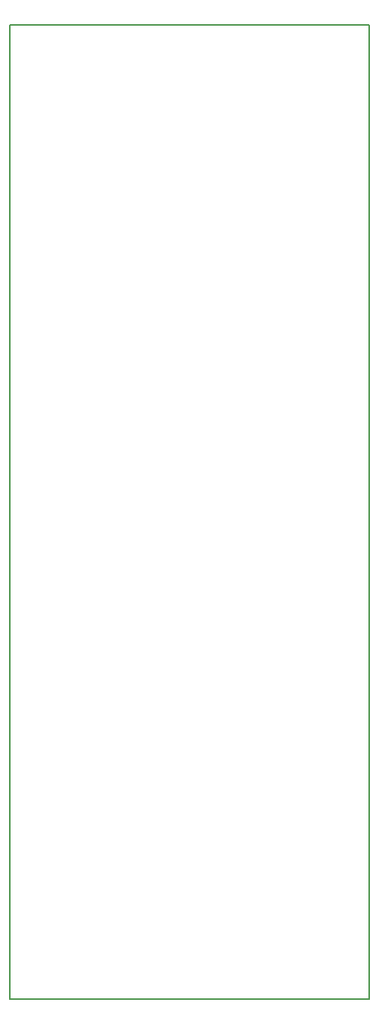
<source format=gko>
G04 DipTrace 3.3.0.0*
G04 uStreams02.GKO*
%MOIN*%
G04 #@! TF.FileFunction,Profile*
G04 #@! TF.Part,Single*
%ADD11C,0.005512*%
%FSLAX26Y26*%
G04*
G70*
G90*
G75*
G01*
G04 BoardOutline*
%LPD*%
X394000Y4694000D2*
D11*
Y394000D1*
X1982000D1*
Y4694000D1*
X394000D1*
M02*

</source>
